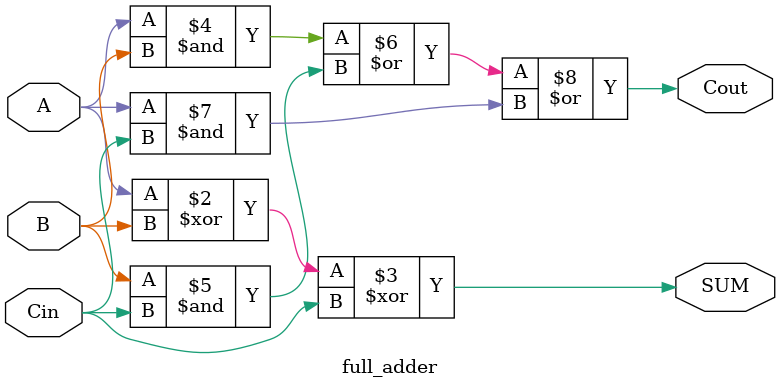
<source format=sv>

module full_adder (
  input wire A, // Input A
  input wire B, // Input B
  input wire Cin, // Carry in
  output reg SUM, // Sum output
  output reg Cout // Carry out
);

  always @(*) begin
    SUM = A ^ B ^ Cin;
    Cout = (A & B) | (B & Cin) | (A & Cin);
  end

endmodule

</source>
